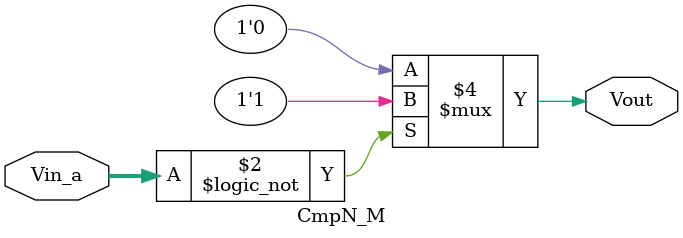
<source format=v>
`timescale 1ns / 1ps

module CmpN_M #(
        parameter N = 32,
        parameter M = 0
    ) (
        input  [N-1:0] Vin_a,
        output reg Vout
    );

    always @(*) begin
        if (Vin_a == M) 
            Vout = 1'b1;
        else
            Vout = 1'b0;
    end

endmodule


</source>
